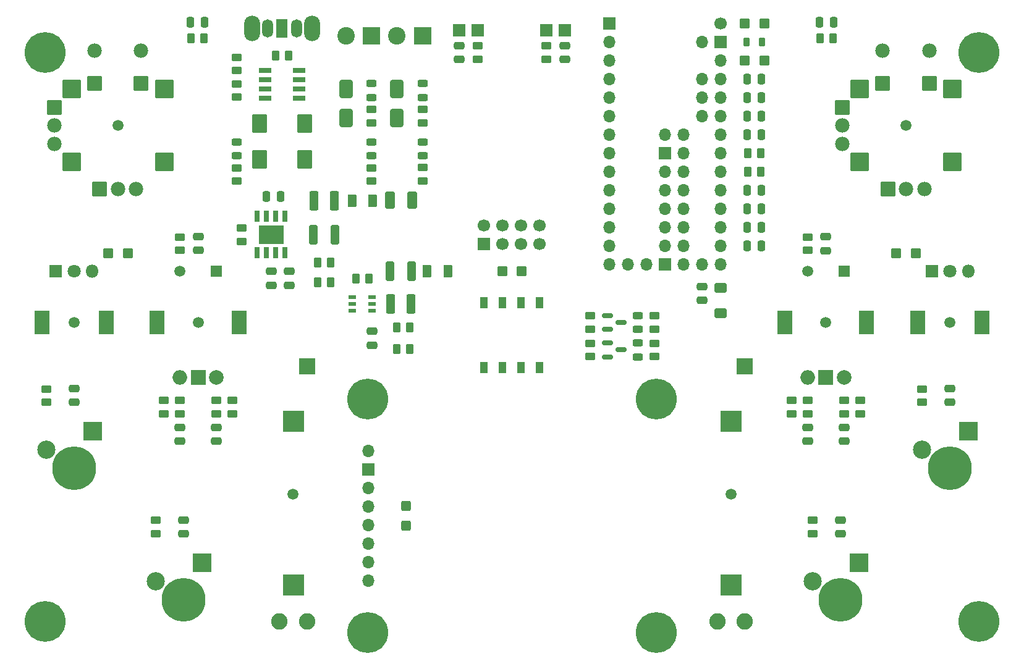
<source format=gbr>
G04 This is an RS-274x file exported by *
G04 gerbv version 2.6A *
G04 More information is available about gerbv at *
G04 http://gerbv.geda-project.org/ *
G04 --End of header info--*
%MOIN*%
%FSLAX34Y34*%
%IPPOS*%
G04 --Define apertures--*
%ADD10C,0.0098*%
%ADD11C,0.0591*%
%AMMACRO12*
4,1,4,0.017717,-0.010335,0.017717,0.010335,-0.017717,0.010335,-0.017717,-0.010335,0.017717,-0.010335,0.000000*
1,1,0.019685,0.017717,-0.010335*
1,1,0.019685,0.017717,0.010335*
1,1,0.019685,-0.017717,0.010335*
1,1,0.019685,-0.017717,-0.010335*
20,1,0.019685,0.017717,-0.010335,0.017717,0.010335,0.000000*
20,1,0.019685,0.017717,0.010335,-0.017717,0.010335,0.000000*
20,1,0.019685,-0.017717,0.010335,-0.017717,-0.010335,0.000000*
20,1,0.019685,-0.017717,-0.010335,0.017717,-0.010335,0.000000*
%
%ADD12MACRO12*%
%AMMACRO13*
4,1,4,0.018701,-0.009843,0.018701,0.009843,-0.018701,0.009843,-0.018701,-0.009843,0.018701,-0.009843,0.000000*
1,1,0.019685,0.018701,-0.009843*
1,1,0.019685,0.018701,0.009843*
1,1,0.019685,-0.018701,0.009843*
1,1,0.019685,-0.018701,-0.009843*
20,1,0.019685,0.018701,-0.009843,0.018701,0.009843,0.000000*
20,1,0.019685,0.018701,0.009843,-0.018701,0.009843,0.000000*
20,1,0.019685,-0.018701,0.009843,-0.018701,-0.009843,0.000000*
20,1,0.019685,-0.018701,-0.009843,0.018701,-0.009843,0.000000*
%
%ADD13MACRO13*%
%AMMACRO14*
4,1,4,0.010335,0.017717,-0.010335,0.017717,-0.010335,-0.017717,0.010335,-0.017717,0.010335,0.017717,0.000000*
1,1,0.019685,0.010335,0.017717*
1,1,0.019685,-0.010335,0.017717*
1,1,0.019685,-0.010335,-0.017717*
1,1,0.019685,0.010335,-0.017717*
20,1,0.019685,0.010335,0.017717,-0.010335,0.017717,0.000000*
20,1,0.019685,-0.010335,0.017717,-0.010335,-0.017717,0.000000*
20,1,0.019685,-0.010335,-0.017717,0.010335,-0.017717,0.000000*
20,1,0.019685,0.010335,-0.017717,0.010335,0.017717,0.000000*
%
%ADD14MACRO14*%
%AMMACRO15*
4,1,4,-0.009843,-0.018701,0.009843,-0.018701,0.009843,0.018701,-0.009843,0.018701,-0.009843,-0.018701,0.000000*
1,1,0.019685,-0.009843,-0.018701*
1,1,0.019685,0.009843,-0.018701*
1,1,0.019685,0.009843,0.018701*
1,1,0.019685,-0.009843,0.018701*
20,1,0.019685,-0.009843,-0.018701,0.009843,-0.018701,0.000000*
20,1,0.019685,0.009843,-0.018701,0.009843,0.018701,0.000000*
20,1,0.019685,0.009843,0.018701,-0.009843,0.018701,0.000000*
20,1,0.019685,-0.009843,0.018701,-0.009843,-0.018701,0.000000*
%
%ADD15MACRO15*%
%AMMACRO16*
4,1,4,-0.014764,-0.024606,0.014764,-0.024606,0.014764,0.024606,-0.014764,0.024606,-0.014764,-0.024606,0.000000*
1,1,0.019685,-0.014764,-0.024606*
1,1,0.019685,0.014764,-0.024606*
1,1,0.019685,0.014764,0.024606*
1,1,0.019685,-0.014764,0.024606*
20,1,0.019685,-0.014764,-0.024606,0.014764,-0.024606,0.000000*
20,1,0.019685,0.014764,-0.024606,0.014764,0.024606,0.000000*
20,1,0.019685,0.014764,0.024606,-0.014764,0.024606,0.000000*
20,1,0.019685,-0.014764,0.024606,-0.014764,-0.024606,0.000000*
%
%ADD16MACRO16*%
%ADD17C,0.0945*%
%ADD18R,0.0945X0.0945*%
%AMMACRO19*
4,1,4,-0.014764,-0.042323,0.014764,-0.042323,0.014764,0.042323,-0.014764,0.042323,-0.014764,-0.042323,0.000000*
1,1,0.019685,-0.014764,-0.042323*
1,1,0.019685,0.014764,-0.042323*
1,1,0.019685,0.014764,0.042323*
1,1,0.019685,-0.014764,0.042323*
20,1,0.019685,-0.014764,-0.042323,0.014764,-0.042323,0.000000*
20,1,0.019685,0.014764,-0.042323,0.014764,0.042323,0.000000*
20,1,0.019685,0.014764,0.042323,-0.014764,0.042323,0.000000*
20,1,0.019685,-0.014764,0.042323,-0.014764,-0.042323,0.000000*
%
%ADD19MACRO19*%
%AMMACRO20*
4,1,4,-0.017717,0.010335,-0.017717,-0.010335,0.017717,-0.010335,0.017717,0.010335,-0.017717,0.010335,0.000000*
1,1,0.019685,-0.017717,0.010335*
1,1,0.019685,-0.017717,-0.010335*
1,1,0.019685,0.017717,-0.010335*
1,1,0.019685,0.017717,0.010335*
20,1,0.019685,-0.017717,0.010335,-0.017717,-0.010335,0.000000*
20,1,0.019685,-0.017717,-0.010335,0.017717,-0.010335,0.000000*
20,1,0.019685,0.017717,-0.010335,0.017717,0.010335,0.000000*
20,1,0.019685,0.017717,0.010335,-0.017717,0.010335,0.000000*
%
%ADD20MACRO20*%
%AMMACRO21*
4,1,4,-0.031004,-0.040354,0.031004,-0.040354,0.031004,0.040354,-0.031004,0.040354,-0.031004,-0.040354,0.000000*
1,1,0.019685,-0.031004,-0.040354*
1,1,0.019685,0.031004,-0.040354*
1,1,0.019685,0.031004,0.040354*
1,1,0.019685,-0.031004,0.040354*
20,1,0.019685,-0.031004,-0.040354,0.031004,-0.040354,0.000000*
20,1,0.019685,0.031004,-0.040354,0.031004,0.040354,0.000000*
20,1,0.019685,0.031004,0.040354,-0.031004,0.040354,0.000000*
20,1,0.019685,-0.031004,0.040354,-0.031004,-0.040354,0.000000*
%
%ADD21MACRO21*%
%AMMACRO22*
4,1,4,-0.010335,-0.017717,0.010335,-0.017717,0.010335,0.017717,-0.010335,0.017717,-0.010335,-0.017717,0.000000*
1,1,0.019685,-0.010335,-0.017717*
1,1,0.019685,0.010335,-0.017717*
1,1,0.019685,0.010335,0.017717*
1,1,0.019685,-0.010335,0.017717*
20,1,0.019685,-0.010335,-0.017717,0.010335,-0.017717,0.000000*
20,1,0.019685,0.010335,-0.017717,0.010335,0.017717,0.000000*
20,1,0.019685,0.010335,0.017717,-0.010335,0.017717,0.000000*
20,1,0.019685,-0.010335,0.017717,-0.010335,-0.017717,0.000000*
%
%ADD22MACRO22*%
%ADD23O,0.0787X0.0787*%
%ADD24C,0.0787*%
%ADD25R,0.0787X0.0787*%
%ADD26R,0.0787X0.1260*%
%ADD27R,0.0591X0.0591*%
%AMMACRO28*
4,1,4,0.009843,0.018701,-0.009843,0.018701,-0.009843,-0.018701,0.009843,-0.018701,0.009843,0.018701,0.000000*
1,1,0.019685,0.009843,0.018701*
1,1,0.019685,-0.009843,0.018701*
1,1,0.019685,-0.009843,-0.018701*
1,1,0.019685,0.009843,-0.018701*
20,1,0.019685,0.009843,0.018701,-0.009843,0.018701,0.000000*
20,1,0.019685,-0.009843,0.018701,-0.009843,-0.018701,0.000000*
20,1,0.019685,-0.009843,-0.018701,0.009843,-0.018701,0.000000*
20,1,0.019685,0.009843,-0.018701,0.009843,0.018701,0.000000*
%
%ADD28MACRO28*%
%AMMACRO29*
4,1,4,-0.018701,0.009843,-0.018701,-0.009843,0.018701,-0.009843,0.018701,0.009843,-0.018701,0.009843,0.000000*
1,1,0.019685,-0.018701,0.009843*
1,1,0.019685,-0.018701,-0.009843*
1,1,0.019685,0.018701,-0.009843*
1,1,0.019685,0.018701,0.009843*
20,1,0.019685,-0.018701,0.009843,-0.018701,-0.009843,0.000000*
20,1,0.019685,-0.018701,-0.009843,0.018701,-0.009843,0.000000*
20,1,0.019685,0.018701,-0.009843,0.018701,0.009843,0.000000*
20,1,0.019685,0.018701,0.009843,-0.018701,0.009843,0.000000*
%
%ADD29MACRO29*%
%ADD30R,0.0316X0.0593*%
%ADD31R,0.1379X0.1029*%
%ADD32R,0.0669X0.0669*%
%ADD33C,0.0669*%
%ADD34C,0.1417*%
%ADD35C,0.2205*%
%ADD36C,0.2362*%
%ADD37C,0.0984*%
%ADD38R,0.0984X0.0984*%
%ADD39R,0.0701X0.0283*%
%AMMACRO40*
4,1,4,-0.025591,0.039370,-0.025591,-0.039370,0.025591,-0.039370,0.025591,0.039370,-0.025591,0.039370,0.000000*
1,1,0.019685,-0.025591,0.039370*
1,1,0.019685,-0.025591,-0.039370*
1,1,0.019685,0.025591,-0.039370*
1,1,0.019685,0.025591,0.039370*
20,1,0.019685,-0.025591,0.039370,-0.025591,-0.039370,0.000000*
20,1,0.019685,-0.025591,-0.039370,0.025591,-0.039370,0.000000*
20,1,0.019685,0.025591,-0.039370,0.025591,0.039370,0.000000*
20,1,0.019685,0.025591,0.039370,-0.025591,0.039370,0.000000*
%
%ADD40MACRO40*%
%ADD41C,0.0780*%
%AMMACRO42*
4,1,4,-0.035000,-0.035000,0.035000,-0.035000,0.035000,0.035000,-0.035000,0.035000,-0.035000,-0.035000,0.000000*
1,1,0.008031,-0.035000,-0.035000*
1,1,0.008031,0.035000,-0.035000*
1,1,0.008031,0.035000,0.035000*
1,1,0.008031,-0.035000,0.035000*
20,1,0.008031,-0.035000,-0.035000,0.035000,-0.035000,0.000000*
20,1,0.008031,0.035000,-0.035000,0.035000,0.035000,0.000000*
20,1,0.008031,0.035000,0.035000,-0.035000,0.035000,0.000000*
20,1,0.008031,-0.035000,0.035000,-0.035000,-0.035000,0.000000*
%
%ADD42MACRO42*%
%AMMACRO43*
4,1,4,-0.045000,-0.045000,0.045000,-0.045000,0.045000,0.045000,-0.045000,0.045000,-0.045000,-0.045000,0.000000*
1,1,0.008031,-0.045000,-0.045000*
1,1,0.008031,0.045000,-0.045000*
1,1,0.008031,0.045000,0.045000*
1,1,0.008031,-0.045000,0.045000*
20,1,0.008031,-0.045000,-0.045000,0.045000,-0.045000,0.000000*
20,1,0.008031,0.045000,-0.045000,0.045000,0.045000,0.000000*
20,1,0.008031,0.045000,0.045000,-0.045000,0.045000,0.000000*
20,1,0.008031,-0.045000,0.045000,-0.045000,-0.045000,0.000000*
%
%ADD43MACRO43*%
%AMMACRO44*
4,1,4,-0.023622,0.015748,-0.023622,-0.015748,0.023622,-0.015748,0.023622,0.015748,-0.023622,0.015748,0.000000*
1,1,0.019685,-0.023622,0.015748*
1,1,0.019685,-0.023622,-0.015748*
1,1,0.019685,0.023622,-0.015748*
1,1,0.019685,0.023622,0.015748*
20,1,0.019685,-0.023622,0.015748,-0.023622,-0.015748,0.000000*
20,1,0.019685,-0.023622,-0.015748,0.023622,-0.015748,0.000000*
20,1,0.019685,0.023622,-0.015748,0.023622,0.015748,0.000000*
20,1,0.019685,0.023622,0.015748,-0.023622,0.015748,0.000000*
%
%ADD44MACRO44*%
%AMMACRO45*
4,1,4,0.017963,-0.009596,0.017963,0.009596,-0.017963,0.009596,-0.017963,-0.009596,0.017963,-0.009596,0.000000*
1,1,0.019193,0.017963,-0.009596*
1,1,0.019193,0.017963,0.009596*
1,1,0.019193,-0.017963,0.009596*
1,1,0.019193,-0.017963,-0.009596*
20,1,0.019193,0.017963,-0.009596,0.017963,0.009596,0.000000*
20,1,0.019193,0.017963,0.009596,-0.017963,0.009596,0.000000*
20,1,0.019193,-0.017963,0.009596,-0.017963,-0.009596,0.000000*
20,1,0.019193,-0.017963,-0.009596,0.017963,-0.009596,0.000000*
%
%ADD45MACRO45*%
%AMMACRO46*
4,1,4,-0.017963,0.009596,-0.017963,-0.009596,0.017963,-0.009596,0.017963,0.009596,-0.017963,0.009596,0.000000*
1,1,0.019193,-0.017963,0.009596*
1,1,0.019193,-0.017963,-0.009596*
1,1,0.019193,0.017963,-0.009596*
1,1,0.019193,0.017963,0.009596*
20,1,0.019193,-0.017963,0.009596,-0.017963,-0.009596,0.000000*
20,1,0.019193,-0.017963,-0.009596,0.017963,-0.009596,0.000000*
20,1,0.019193,0.017963,-0.009596,0.017963,0.009596,0.000000*
20,1,0.019193,0.017963,0.009596,-0.017963,0.009596,0.000000*
%
%ADD46MACRO46*%
%ADD47C,0.0886*%
%ADD48R,0.0886X0.0886*%
%ADD49R,0.1181X0.1181*%
%AMMACRO50*
4,1,4,-0.016240,-0.036417,0.016240,-0.036417,0.016240,0.036417,-0.016240,0.036417,-0.016240,-0.036417,0.000000*
1,1,0.019685,-0.016240,-0.036417*
1,1,0.019685,0.016240,-0.036417*
1,1,0.019685,0.016240,0.036417*
1,1,0.019685,-0.016240,0.036417*
20,1,0.019685,-0.016240,-0.036417,0.016240,-0.036417,0.000000*
20,1,0.019685,0.016240,-0.036417,0.016240,0.036417,0.000000*
20,1,0.019685,0.016240,0.036417,-0.016240,0.036417,0.000000*
20,1,0.019685,-0.016240,0.036417,-0.016240,-0.036417,0.000000*
%
%ADD50MACRO50*%
%AMMACRO51*
4,1,4,-0.017717,-0.016732,0.017717,-0.016732,0.017717,0.016732,-0.017717,0.016732,-0.017717,-0.016732,0.000000*
1,1,0.019685,-0.017717,-0.016732*
1,1,0.019685,0.017717,-0.016732*
1,1,0.019685,0.017717,0.016732*
1,1,0.019685,-0.017717,0.016732*
20,1,0.019685,-0.017717,-0.016732,0.017717,-0.016732,0.000000*
20,1,0.019685,0.017717,-0.016732,0.017717,0.016732,0.000000*
20,1,0.019685,0.017717,0.016732,-0.017717,0.016732,0.000000*
20,1,0.019685,-0.017717,0.016732,-0.017717,-0.016732,0.000000*
%
%ADD51MACRO51*%
%ADD52O,0.0709X0.0709*%
%ADD53C,0.0709*%
%ADD54R,0.0709X0.0709*%
%ADD55R,0.0433X0.0236*%
%ADD56O,0.0669X0.0669*%
%ADD57O,0.0866X0.1378*%
%ADD58O,0.0591X0.0984*%
%ADD59R,0.0591X0.0984*%
%AMMACRO60*
4,1,4,-0.016732,0.017717,-0.016732,-0.017717,0.016732,-0.017717,0.016732,0.017717,-0.016732,0.017717,0.000000*
1,1,0.019685,-0.016732,0.017717*
1,1,0.019685,-0.016732,-0.017717*
1,1,0.019685,0.016732,-0.017717*
1,1,0.019685,0.016732,0.017717*
20,1,0.019685,-0.016732,0.017717,-0.016732,-0.017717,0.000000*
20,1,0.019685,-0.016732,-0.017717,0.016732,-0.017717,0.000000*
20,1,0.019685,0.016732,-0.017717,0.016732,0.017717,0.000000*
20,1,0.019685,0.016732,0.017717,-0.016732,0.017717,0.000000*
%
%ADD60MACRO60*%
%AMMACRO61*
4,1,4,0.012795,0.043307,-0.012795,0.043307,-0.012795,-0.043307,0.012795,-0.043307,0.012795,0.043307,0.000000*
1,1,0.019685,0.012795,0.043307*
1,1,0.019685,-0.012795,0.043307*
1,1,0.019685,-0.012795,-0.043307*
1,1,0.019685,0.012795,-0.043307*
20,1,0.019685,0.012795,0.043307,-0.012795,0.043307,0.000000*
20,1,0.019685,-0.012795,0.043307,-0.012795,-0.043307,0.000000*
20,1,0.019685,-0.012795,-0.043307,0.012795,-0.043307,0.000000*
20,1,0.019685,0.012795,-0.043307,0.012795,0.043307,0.000000*
%
%ADD61MACRO61*%
%AMMACRO62*
4,1,4,-0.023130,-0.005906,0.023130,-0.005906,0.023130,0.005906,-0.023130,0.005906,-0.023130,-0.005906,0.000000*
1,1,0.011811,-0.023130,-0.005906*
1,1,0.011811,0.023130,-0.005906*
1,1,0.011811,0.023130,0.005906*
1,1,0.011811,-0.023130,0.005906*
20,1,0.011811,-0.023130,-0.005906,0.023130,-0.005906,0.000000*
20,1,0.011811,0.023130,-0.005906,0.023130,0.005906,0.000000*
20,1,0.011811,0.023130,0.005906,-0.023130,0.005906,0.000000*
20,1,0.011811,-0.023130,0.005906,-0.023130,-0.005906,0.000000*
%
%ADD62MACRO62*%
%ADD63R,0.0433X0.0591*%
%AMMACRO64*
4,1,4,0.017717,0.016732,-0.017717,0.016732,-0.017717,-0.016732,0.017717,-0.016732,0.017717,0.016732,0.000000*
1,1,0.019685,0.017717,0.016732*
1,1,0.019685,-0.017717,0.016732*
1,1,0.019685,-0.017717,-0.016732*
1,1,0.019685,0.017717,-0.016732*
20,1,0.019685,0.017717,0.016732,-0.017717,0.016732,0.000000*
20,1,0.019685,-0.017717,0.016732,-0.017717,-0.016732,0.000000*
20,1,0.019685,-0.017717,-0.016732,0.017717,-0.016732,0.000000*
20,1,0.019685,0.017717,-0.016732,0.017717,0.016732,0.000000*
%
%ADD64MACRO64*%
%AMMACRO65*
4,1,4,-0.008612,-0.015010,0.008612,-0.015010,0.008612,0.015010,-0.008612,0.015010,-0.008612,-0.015010,0.000000*
1,1,0.017224,-0.008612,-0.015010*
1,1,0.017224,0.008612,-0.015010*
1,1,0.017224,0.008612,0.015010*
1,1,0.017224,-0.008612,0.015010*
20,1,0.017224,-0.008612,-0.015010,0.008612,-0.015010,0.000000*
20,1,0.017224,0.008612,-0.015010,0.008612,0.015010,0.000000*
20,1,0.017224,0.008612,0.015010,-0.008612,0.015010,0.000000*
20,1,0.017224,-0.008612,0.015010,-0.008612,-0.015010,0.000000*
%
%ADD65MACRO65*%
G04 --Start main section--*
G54D11*
G01X0037795Y-025984D03*
G54D12*
G01X0076969Y-041540D03*
G01X0076969Y-040822D03*
G54D13*
G01X0035433Y-040925D03*
G01X0035433Y-040177D03*
G01X0051516Y-037835D03*
G01X0051516Y-037087D03*
G54D14*
G01X0042446Y-021260D03*
G01X0041727Y-021260D03*
G54D11*
G01X0080315Y-025984D03*
G54D15*
G01X0071752Y-024472D03*
G01X0072500Y-024472D03*
G54D16*
G01X0054488Y-033848D03*
G01X0055591Y-033848D03*
G54D17*
G01X0052854Y-021142D03*
G54D18*
G01X0054232Y-021142D03*
G54D19*
G01X0048366Y-030030D03*
G01X0049469Y-030030D03*
G54D15*
G01X0071752Y-032472D03*
G01X0072500Y-032472D03*
G54D13*
G01X0076772Y-048012D03*
G01X0076772Y-047264D03*
G54D15*
G01X0071752Y-029472D03*
G01X0072500Y-029472D03*
G54D12*
G01X0077835Y-041540D03*
G01X0077835Y-040822D03*
G54D20*
G01X0066732Y-037731D03*
G01X0066732Y-038450D03*
G54D21*
G01X0045428Y-025866D03*
G01X0047879Y-025866D03*
G54D22*
G01X0075664Y-021260D03*
G01X0076383Y-021260D03*
G54D23*
G01X0041142Y-039567D03*
G54D24*
G01X0043110Y-039567D03*
G54D25*
G01X0042126Y-039567D03*
G54D26*
G01X0039921Y-036614D03*
G01X0044331Y-036614D03*
G54D11*
G01X0041142Y-033858D03*
G54D27*
G01X0043110Y-033858D03*
G54D20*
G01X0081177Y-040192D03*
G01X0081177Y-040910D03*
G54D14*
G01X0072485Y-028472D03*
G01X0071767Y-028472D03*
G54D17*
G01X0050098Y-021142D03*
G54D18*
G01X0051476Y-021142D03*
G54D28*
G01X0076398Y-020394D03*
G01X0075650Y-020394D03*
G54D29*
G01X0061917Y-021673D03*
G01X0061917Y-022421D03*
G01X0041142Y-042264D03*
G01X0041142Y-043012D03*
G54D11*
G01X0075984Y-036614D03*
G54D30*
G01X0045313Y-032853D03*
G01X0045813Y-032853D03*
G01X0046313Y-032853D03*
G01X0046813Y-032853D03*
G01X0046813Y-030887D03*
G01X0046313Y-030887D03*
G01X0045813Y-030887D03*
G01X0045313Y-030887D03*
G54D31*
G01X0046063Y-031870D03*
G54D32*
G01X0057555Y-032390D03*
G54D33*
G01X0057555Y-031390D03*
G01X0058555Y-032390D03*
G01X0058555Y-031390D03*
G01X0059555Y-032390D03*
G01X0059555Y-031390D03*
G01X0060555Y-032390D03*
G01X0060555Y-031390D03*
G54D32*
G01X0056193Y-020835D03*
G01X0057193Y-020835D03*
G01X0060917Y-020835D03*
G01X0061917Y-020835D03*
G54D13*
G01X0042126Y-032717D03*
G01X0042126Y-031969D03*
G54D11*
G01X0047244Y-045866D03*
G54D34*
G01X0033858Y-052756D03*
G54D35*
G01X0033858Y-052756D03*
G54D20*
G01X0044488Y-031511D03*
G01X0044488Y-032229D03*
G54D36*
G01X0082677Y-044488D03*
G54D37*
G01X0081177Y-043488D03*
G54D38*
G01X0083677Y-042488D03*
G54D29*
G01X0076969Y-042264D03*
G01X0076969Y-043012D03*
G54D39*
G01X0047575Y-024510D03*
G01X0047575Y-024010D03*
G01X0047575Y-023510D03*
G01X0047575Y-023010D03*
G01X0045732Y-023010D03*
G01X0045732Y-023510D03*
G01X0045732Y-024010D03*
G01X0045732Y-024510D03*
G54D12*
G01X0063287Y-036973D03*
G01X0063287Y-036255D03*
G54D40*
G01X0050098Y-023996D03*
G01X0050098Y-025571D03*
G54D20*
G01X0066732Y-036255D03*
G01X0066732Y-036973D03*
G54D21*
G01X0045428Y-027815D03*
G01X0047879Y-027815D03*
G54D29*
G01X0043110Y-042264D03*
G01X0043110Y-043012D03*
G54D15*
G01X0041713Y-020394D03*
G01X0042461Y-020394D03*
G54D20*
G01X0051476Y-028263D03*
G01X0051476Y-028981D03*
G54D41*
G01X0079055Y-021949D03*
G01X0081575Y-021949D03*
G54D42*
G01X0079055Y-023720D03*
G01X0081575Y-023720D03*
G01X0079331Y-029409D03*
G54D41*
G01X0080315Y-029409D03*
G01X0081299Y-029409D03*
G54D43*
G01X0077815Y-024016D03*
G01X0077815Y-027953D03*
G01X0082815Y-027953D03*
G01X0082815Y-024016D03*
G54D42*
G01X0076890Y-025000D03*
G54D41*
G01X0076890Y-025984D03*
G01X0076890Y-026969D03*
G54D29*
G01X0046063Y-033858D03*
G01X0046063Y-034606D03*
G54D44*
G01X0070323Y-034744D03*
G01X0070323Y-036122D03*
G54D45*
G01X0051476Y-024464D03*
G01X0051476Y-023725D03*
G54D20*
G01X0041142Y-032003D03*
G01X0041142Y-032721D03*
G54D46*
G01X0065846Y-036245D03*
G01X0065846Y-036983D03*
G01X0051476Y-026875D03*
G01X0051476Y-027613D03*
G54D29*
G01X0056193Y-021673D03*
G01X0056193Y-022421D03*
G54D46*
G01X0044193Y-026875D03*
G01X0044193Y-027613D03*
G54D12*
G01X0075000Y-041540D03*
G01X0075000Y-040822D03*
G54D14*
G01X0072485Y-027472D03*
G01X0071767Y-027472D03*
G54D20*
G01X0054232Y-028253D03*
G01X0054232Y-028971D03*
G54D47*
G01X0071619Y-052756D03*
G01X0070143Y-052756D03*
G54D48*
G01X0071619Y-038976D03*
G54D49*
G01X0070881Y-050787D03*
G01X0070881Y-041929D03*
G54D36*
G01X0035433Y-044488D03*
G54D37*
G01X0033933Y-043488D03*
G54D38*
G01X0036433Y-042488D03*
G54D50*
G01X0052466Y-030020D03*
G01X0053676Y-030020D03*
G54D20*
G01X0044193Y-028263D03*
G01X0044193Y-028981D03*
G54D12*
G01X0043976Y-041540D03*
G01X0043976Y-040822D03*
G54D51*
G01X0071594Y-020472D03*
G01X0072657Y-020472D03*
G54D29*
G01X0047047Y-033858D03*
G01X0047047Y-034606D03*
G01X0075000Y-042264D03*
G01X0075000Y-043012D03*
G54D12*
G01X0040276Y-041540D03*
G01X0040276Y-040822D03*
G54D52*
G01X0083661Y-033858D03*
G54D53*
G01X0082677Y-033858D03*
G54D54*
G01X0081693Y-033858D03*
G54D26*
G01X0084409Y-036614D03*
G01X0080945Y-036614D03*
G54D20*
G01X0075000Y-032003D03*
G01X0075000Y-032721D03*
G54D55*
G01X0051516Y-035984D03*
G01X0051516Y-035610D03*
G01X0051516Y-035236D03*
G01X0050453Y-035236D03*
G01X0050453Y-035610D03*
G01X0050453Y-035984D03*
G54D12*
G01X0043110Y-041540D03*
G01X0043110Y-040822D03*
G54D32*
G01X0064323Y-020472D03*
G54D56*
G01X0064323Y-021472D03*
G01X0064323Y-022472D03*
G01X0064323Y-023472D03*
G01X0064323Y-024472D03*
G01X0064323Y-025472D03*
G01X0064323Y-026472D03*
G01X0064323Y-027472D03*
G01X0064323Y-028472D03*
G01X0064323Y-029472D03*
G01X0064323Y-030472D03*
G01X0064323Y-031472D03*
G01X0064323Y-032472D03*
G01X0064323Y-033472D03*
G01X0065323Y-033472D03*
G01X0066323Y-033472D03*
G54D32*
G01X0067323Y-033472D03*
G54D56*
G01X0068323Y-033472D03*
G01X0069323Y-033472D03*
G01X0070323Y-033472D03*
G01X0070323Y-032472D03*
G01X0070323Y-031472D03*
G01X0070323Y-030472D03*
G01X0070323Y-029472D03*
G01X0070323Y-028472D03*
G01X0070323Y-027472D03*
G01X0070323Y-026472D03*
G01X0070323Y-025472D03*
G01X0070323Y-024472D03*
G01X0070323Y-023472D03*
G01X0070323Y-022472D03*
G54D32*
G01X0070323Y-021472D03*
G54D33*
G01X0070323Y-020472D03*
G54D56*
G01X0069323Y-021472D03*
G01X0069323Y-023472D03*
G01X0069323Y-024472D03*
G01X0069323Y-025472D03*
G01X0068323Y-026472D03*
G01X0068323Y-027472D03*
G01X0068323Y-028472D03*
G01X0068323Y-029472D03*
G01X0068323Y-030472D03*
G01X0068323Y-031472D03*
G01X0068323Y-032472D03*
G01X0067323Y-032472D03*
G01X0067323Y-031472D03*
G01X0067323Y-030472D03*
G01X0067323Y-029472D03*
G01X0067323Y-028472D03*
G54D32*
G01X0067323Y-027472D03*
G54D56*
G01X0067323Y-026472D03*
G54D57*
G01X0045039Y-020748D03*
G01X0048268Y-020748D03*
G54D58*
G01X0045866Y-020748D03*
G54D59*
G01X0046654Y-020748D03*
G54D58*
G01X0047441Y-020748D03*
G54D45*
G01X0054232Y-024464D03*
G01X0054232Y-023725D03*
G54D11*
G01X0042126Y-036614D03*
G54D36*
G01X0076772Y-051575D03*
G54D37*
G01X0075272Y-050575D03*
G54D38*
G01X0077772Y-049575D03*
G54D13*
G01X0075984Y-032736D03*
G01X0075984Y-031988D03*
G54D20*
G01X0057193Y-021688D03*
G01X0057193Y-022406D03*
G54D19*
G01X0052500Y-035610D03*
G01X0053602Y-035610D03*
G54D29*
G01X0069323Y-034665D03*
G01X0069323Y-035413D03*
G54D13*
G01X0041339Y-048012D03*
G01X0041339Y-047264D03*
G54D22*
G01X0050625Y-034232D03*
G01X0051344Y-034232D03*
G54D47*
G01X0047997Y-052756D03*
G01X0046521Y-052756D03*
G54D48*
G01X0047997Y-038976D03*
G54D49*
G01X0047259Y-050787D03*
G01X0047259Y-041929D03*
G54D60*
G01X0053346Y-046516D03*
G01X0053346Y-047579D03*
G54D34*
G01X0084252Y-052756D03*
G54D35*
G01X0084252Y-052756D03*
G54D23*
G01X0075000Y-039567D03*
G54D24*
G01X0076969Y-039567D03*
G54D25*
G01X0075984Y-039567D03*
G54D26*
G01X0073780Y-036614D03*
G01X0078189Y-036614D03*
G54D11*
G01X0075000Y-033858D03*
G54D27*
G01X0076969Y-033858D03*
G54D52*
G01X0036417Y-033858D03*
G54D53*
G01X0035433Y-033858D03*
G54D54*
G01X0034449Y-033858D03*
G54D26*
G01X0037165Y-036614D03*
G01X0033701Y-036614D03*
G54D11*
G01X0070866Y-045866D03*
G54D61*
G01X0049498Y-031870D03*
G01X0048337Y-031870D03*
G54D12*
G01X0044193Y-024454D03*
G01X0044193Y-023735D03*
G54D62*
G01X0064198Y-037717D03*
G01X0064198Y-038465D03*
G01X0064936Y-038091D03*
G54D15*
G01X0071752Y-025472D03*
G01X0072500Y-025472D03*
G54D12*
G01X0041142Y-041540D03*
G01X0041142Y-040822D03*
G54D35*
G01X0051280Y-040748D03*
G01X0051280Y-053346D03*
G54D56*
G01X0051315Y-043547D03*
G54D32*
G01X0051315Y-044547D03*
G54D56*
G01X0051315Y-045547D03*
G01X0051315Y-046547D03*
G01X0051315Y-047547D03*
G01X0051315Y-048547D03*
G01X0051315Y-049547D03*
G01X0051315Y-050547D03*
G54D35*
G01X0066831Y-040748D03*
G01X0066831Y-053346D03*
G54D34*
G01X0051280Y-040748D03*
G01X0051280Y-053346D03*
G01X0066831Y-040748D03*
G01X0066831Y-053346D03*
G54D11*
G01X0035433Y-036614D03*
G54D61*
G01X0053652Y-033848D03*
G01X0052490Y-033848D03*
G54D22*
G01X0052825Y-038051D03*
G01X0053543Y-038051D03*
G54D12*
G01X0074134Y-041540D03*
G01X0074134Y-040822D03*
G54D22*
G01X0046294Y-022224D03*
G01X0047013Y-022224D03*
G54D11*
G01X0082677Y-036614D03*
G54D13*
G01X0082677Y-040925D03*
G01X0082677Y-040177D03*
G54D63*
G01X0060555Y-035551D03*
G01X0059555Y-035551D03*
G01X0058555Y-035551D03*
G01X0057555Y-035551D03*
G01X0057555Y-039055D03*
G01X0058555Y-039055D03*
G01X0059555Y-039055D03*
G01X0060555Y-039055D03*
G54D12*
G01X0054232Y-025832D03*
G01X0054232Y-025113D03*
G54D34*
G01X0084252Y-022047D03*
G54D35*
G01X0084252Y-022047D03*
G54D15*
G01X0071752Y-030472D03*
G01X0072500Y-030472D03*
G54D34*
G01X0033858Y-022047D03*
G54D35*
G01X0033858Y-022047D03*
G54D15*
G01X0071752Y-026472D03*
G01X0072500Y-026472D03*
G54D41*
G01X0036535Y-021949D03*
G01X0039055Y-021949D03*
G54D42*
G01X0036535Y-023720D03*
G01X0039055Y-023720D03*
G01X0036811Y-029409D03*
G54D41*
G01X0037795Y-029409D03*
G01X0038780Y-029409D03*
G54D43*
G01X0035295Y-024016D03*
G01X0035295Y-027953D03*
G01X0040295Y-027953D03*
G01X0040295Y-024016D03*
G54D42*
G01X0034370Y-025000D03*
G54D41*
G01X0034370Y-025984D03*
G01X0034370Y-026969D03*
G54D64*
G01X0038327Y-032874D03*
G01X0037264Y-032874D03*
G54D46*
G01X0065846Y-037721D03*
G01X0065846Y-038460D03*
G54D12*
G01X0044193Y-023017D03*
G01X0044193Y-022298D03*
G54D62*
G01X0064198Y-036240D03*
G01X0064198Y-036988D03*
G01X0064936Y-036614D03*
G54D36*
G01X0041339Y-051575D03*
G54D37*
G01X0039839Y-050575D03*
G54D38*
G01X0042339Y-049575D03*
G54D15*
G01X0071752Y-031472D03*
G01X0072500Y-031472D03*
G01X0071752Y-023472D03*
G01X0072500Y-023472D03*
G54D40*
G01X0052854Y-023996D03*
G01X0052854Y-025571D03*
G54D12*
G01X0051476Y-025832D03*
G01X0051476Y-025113D03*
G54D22*
G01X0048558Y-034429D03*
G01X0049277Y-034429D03*
G54D51*
G01X0071594Y-022472D03*
G01X0072657Y-022472D03*
G54D20*
G01X0033933Y-040192D03*
G01X0033933Y-040910D03*
G01X0060917Y-021688D03*
G01X0060917Y-022406D03*
G54D64*
G01X0080846Y-032874D03*
G01X0079783Y-032874D03*
G54D65*
G01X0071708Y-021472D03*
G01X0072544Y-021472D03*
G54D20*
G01X0075272Y-047279D03*
G01X0075272Y-047997D03*
G54D51*
G01X0058524Y-033858D03*
G01X0059587Y-033858D03*
G54D16*
G01X0050433Y-030030D03*
G01X0051535Y-030030D03*
G54D20*
G01X0039839Y-047279D03*
G01X0039839Y-047997D03*
G54D12*
G01X0063287Y-038450D03*
G01X0063287Y-037731D03*
G54D14*
G01X0049277Y-033386D03*
G01X0048558Y-033386D03*
G54D15*
G01X0045817Y-029793D03*
G01X0046565Y-029793D03*
G54D46*
G01X0054232Y-026865D03*
G01X0054232Y-027603D03*
G54D14*
G01X0053543Y-036870D03*
G01X0052825Y-036870D03*
M02*

</source>
